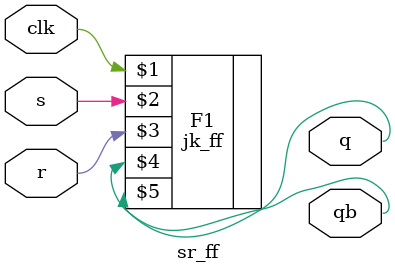
<source format=v>
`timescale 1ns / 1ps


module sr_ff(clk,s,r,q,qb);

        input clk,s,r;
        output q;
        output qb;
        
        jk_ff F1 (clk,s,r,q,qb);
        
endmodule

</source>
